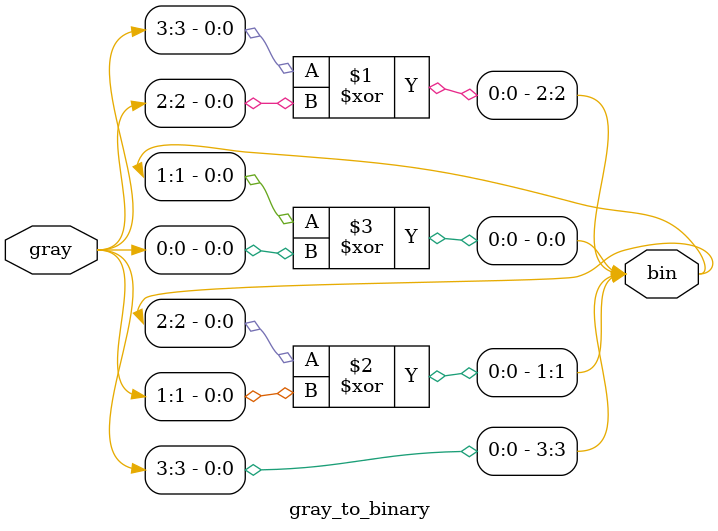
<source format=v>

module gray_to_binary (input [3:0] gray,
                        output [3:0] bin
                        );

                        assign bin[3] = gray[3];
                        assign bin[2] = bin[3] ^ gray[2];
                        assign bin[1] = bin[2] ^ gray[1];
                        assign bin[0] = bin[1] ^ gray[0];

endmodule

</source>
